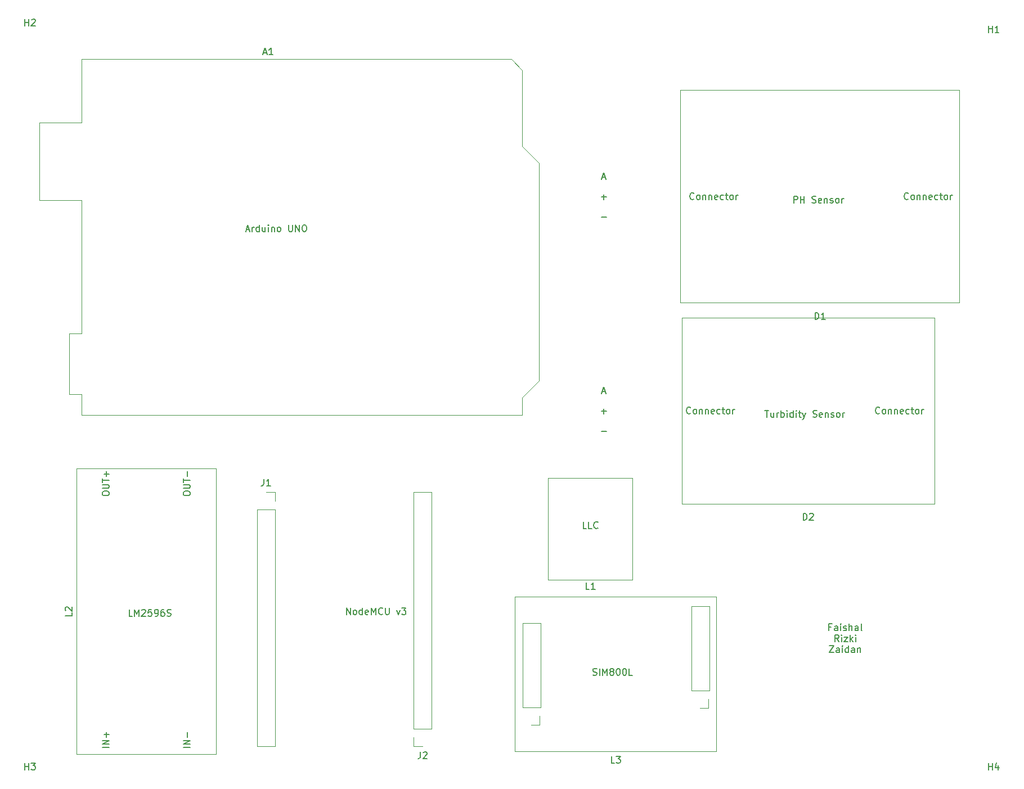
<source format=gbr>
%TF.GenerationSoftware,KiCad,Pcbnew,(5.1.10)-1*%
%TF.CreationDate,2022-01-13T09:31:49+07:00*%
%TF.ProjectId,Atuph2,41747570-6832-42e6-9b69-6361645f7063,rev?*%
%TF.SameCoordinates,Original*%
%TF.FileFunction,Legend,Top*%
%TF.FilePolarity,Positive*%
%FSLAX46Y46*%
G04 Gerber Fmt 4.6, Leading zero omitted, Abs format (unit mm)*
G04 Created by KiCad (PCBNEW (5.1.10)-1) date 2022-01-13 09:31:49*
%MOMM*%
%LPD*%
G01*
G04 APERTURE LIST*
%ADD10C,0.150000*%
%ADD11C,0.120000*%
G04 APERTURE END LIST*
D10*
X183046952Y-122992571D02*
X182713619Y-122992571D01*
X182713619Y-123516380D02*
X182713619Y-122516380D01*
X183189809Y-122516380D01*
X183999333Y-123516380D02*
X183999333Y-122992571D01*
X183951714Y-122897333D01*
X183856476Y-122849714D01*
X183666000Y-122849714D01*
X183570761Y-122897333D01*
X183999333Y-123468761D02*
X183904095Y-123516380D01*
X183666000Y-123516380D01*
X183570761Y-123468761D01*
X183523142Y-123373523D01*
X183523142Y-123278285D01*
X183570761Y-123183047D01*
X183666000Y-123135428D01*
X183904095Y-123135428D01*
X183999333Y-123087809D01*
X184475523Y-123516380D02*
X184475523Y-122849714D01*
X184475523Y-122516380D02*
X184427904Y-122564000D01*
X184475523Y-122611619D01*
X184523142Y-122564000D01*
X184475523Y-122516380D01*
X184475523Y-122611619D01*
X184904095Y-123468761D02*
X184999333Y-123516380D01*
X185189809Y-123516380D01*
X185285047Y-123468761D01*
X185332666Y-123373523D01*
X185332666Y-123325904D01*
X185285047Y-123230666D01*
X185189809Y-123183047D01*
X185046952Y-123183047D01*
X184951714Y-123135428D01*
X184904095Y-123040190D01*
X184904095Y-122992571D01*
X184951714Y-122897333D01*
X185046952Y-122849714D01*
X185189809Y-122849714D01*
X185285047Y-122897333D01*
X185761238Y-123516380D02*
X185761238Y-122516380D01*
X186189809Y-123516380D02*
X186189809Y-122992571D01*
X186142190Y-122897333D01*
X186046952Y-122849714D01*
X185904095Y-122849714D01*
X185808857Y-122897333D01*
X185761238Y-122944952D01*
X187094571Y-123516380D02*
X187094571Y-122992571D01*
X187046952Y-122897333D01*
X186951714Y-122849714D01*
X186761238Y-122849714D01*
X186666000Y-122897333D01*
X187094571Y-123468761D02*
X186999333Y-123516380D01*
X186761238Y-123516380D01*
X186666000Y-123468761D01*
X186618380Y-123373523D01*
X186618380Y-123278285D01*
X186666000Y-123183047D01*
X186761238Y-123135428D01*
X186999333Y-123135428D01*
X187094571Y-123087809D01*
X187713619Y-123516380D02*
X187618380Y-123468761D01*
X187570761Y-123373523D01*
X187570761Y-122516380D01*
X184189809Y-125166380D02*
X183856476Y-124690190D01*
X183618380Y-125166380D02*
X183618380Y-124166380D01*
X183999333Y-124166380D01*
X184094571Y-124214000D01*
X184142190Y-124261619D01*
X184189809Y-124356857D01*
X184189809Y-124499714D01*
X184142190Y-124594952D01*
X184094571Y-124642571D01*
X183999333Y-124690190D01*
X183618380Y-124690190D01*
X184618380Y-125166380D02*
X184618380Y-124499714D01*
X184618380Y-124166380D02*
X184570761Y-124214000D01*
X184618380Y-124261619D01*
X184666000Y-124214000D01*
X184618380Y-124166380D01*
X184618380Y-124261619D01*
X184999333Y-124499714D02*
X185523142Y-124499714D01*
X184999333Y-125166380D01*
X185523142Y-125166380D01*
X185904095Y-125166380D02*
X185904095Y-124166380D01*
X185999333Y-124785428D02*
X186285047Y-125166380D01*
X186285047Y-124499714D02*
X185904095Y-124880666D01*
X186713619Y-125166380D02*
X186713619Y-124499714D01*
X186713619Y-124166380D02*
X186666000Y-124214000D01*
X186713619Y-124261619D01*
X186761238Y-124214000D01*
X186713619Y-124166380D01*
X186713619Y-124261619D01*
X182785047Y-125816380D02*
X183451714Y-125816380D01*
X182785047Y-126816380D01*
X183451714Y-126816380D01*
X184261238Y-126816380D02*
X184261238Y-126292571D01*
X184213619Y-126197333D01*
X184118380Y-126149714D01*
X183927904Y-126149714D01*
X183832666Y-126197333D01*
X184261238Y-126768761D02*
X184166000Y-126816380D01*
X183927904Y-126816380D01*
X183832666Y-126768761D01*
X183785047Y-126673523D01*
X183785047Y-126578285D01*
X183832666Y-126483047D01*
X183927904Y-126435428D01*
X184166000Y-126435428D01*
X184261238Y-126387809D01*
X184737428Y-126816380D02*
X184737428Y-126149714D01*
X184737428Y-125816380D02*
X184689809Y-125864000D01*
X184737428Y-125911619D01*
X184785047Y-125864000D01*
X184737428Y-125816380D01*
X184737428Y-125911619D01*
X185642190Y-126816380D02*
X185642190Y-125816380D01*
X185642190Y-126768761D02*
X185546952Y-126816380D01*
X185356476Y-126816380D01*
X185261238Y-126768761D01*
X185213619Y-126721142D01*
X185166000Y-126625904D01*
X185166000Y-126340190D01*
X185213619Y-126244952D01*
X185261238Y-126197333D01*
X185356476Y-126149714D01*
X185546952Y-126149714D01*
X185642190Y-126197333D01*
X186546952Y-126816380D02*
X186546952Y-126292571D01*
X186499333Y-126197333D01*
X186404095Y-126149714D01*
X186213619Y-126149714D01*
X186118380Y-126197333D01*
X186546952Y-126768761D02*
X186451714Y-126816380D01*
X186213619Y-126816380D01*
X186118380Y-126768761D01*
X186070761Y-126673523D01*
X186070761Y-126578285D01*
X186118380Y-126483047D01*
X186213619Y-126435428D01*
X186451714Y-126435428D01*
X186546952Y-126387809D01*
X187023142Y-126149714D02*
X187023142Y-126816380D01*
X187023142Y-126244952D02*
X187070761Y-126197333D01*
X187166000Y-126149714D01*
X187308857Y-126149714D01*
X187404095Y-126197333D01*
X187451714Y-126292571D01*
X187451714Y-126816380D01*
X146216761Y-108148380D02*
X145740571Y-108148380D01*
X145740571Y-107148380D01*
X147026285Y-108148380D02*
X146550095Y-108148380D01*
X146550095Y-107148380D01*
X147931047Y-108053142D02*
X147883428Y-108100761D01*
X147740571Y-108148380D01*
X147645333Y-108148380D01*
X147502476Y-108100761D01*
X147407238Y-108005523D01*
X147359619Y-107910285D01*
X147312000Y-107719809D01*
X147312000Y-107576952D01*
X147359619Y-107386476D01*
X147407238Y-107291238D01*
X147502476Y-107196000D01*
X147645333Y-107148380D01*
X147740571Y-107148380D01*
X147883428Y-107196000D01*
X147931047Y-107243619D01*
X147185428Y-130198761D02*
X147328285Y-130246380D01*
X147566380Y-130246380D01*
X147661619Y-130198761D01*
X147709238Y-130151142D01*
X147756857Y-130055904D01*
X147756857Y-129960666D01*
X147709238Y-129865428D01*
X147661619Y-129817809D01*
X147566380Y-129770190D01*
X147375904Y-129722571D01*
X147280666Y-129674952D01*
X147233047Y-129627333D01*
X147185428Y-129532095D01*
X147185428Y-129436857D01*
X147233047Y-129341619D01*
X147280666Y-129294000D01*
X147375904Y-129246380D01*
X147614000Y-129246380D01*
X147756857Y-129294000D01*
X148185428Y-130246380D02*
X148185428Y-129246380D01*
X148661619Y-130246380D02*
X148661619Y-129246380D01*
X148994952Y-129960666D01*
X149328285Y-129246380D01*
X149328285Y-130246380D01*
X149947333Y-129674952D02*
X149852095Y-129627333D01*
X149804476Y-129579714D01*
X149756857Y-129484476D01*
X149756857Y-129436857D01*
X149804476Y-129341619D01*
X149852095Y-129294000D01*
X149947333Y-129246380D01*
X150137809Y-129246380D01*
X150233047Y-129294000D01*
X150280666Y-129341619D01*
X150328285Y-129436857D01*
X150328285Y-129484476D01*
X150280666Y-129579714D01*
X150233047Y-129627333D01*
X150137809Y-129674952D01*
X149947333Y-129674952D01*
X149852095Y-129722571D01*
X149804476Y-129770190D01*
X149756857Y-129865428D01*
X149756857Y-130055904D01*
X149804476Y-130151142D01*
X149852095Y-130198761D01*
X149947333Y-130246380D01*
X150137809Y-130246380D01*
X150233047Y-130198761D01*
X150280666Y-130151142D01*
X150328285Y-130055904D01*
X150328285Y-129865428D01*
X150280666Y-129770190D01*
X150233047Y-129722571D01*
X150137809Y-129674952D01*
X150947333Y-129246380D02*
X151042571Y-129246380D01*
X151137809Y-129294000D01*
X151185428Y-129341619D01*
X151233047Y-129436857D01*
X151280666Y-129627333D01*
X151280666Y-129865428D01*
X151233047Y-130055904D01*
X151185428Y-130151142D01*
X151137809Y-130198761D01*
X151042571Y-130246380D01*
X150947333Y-130246380D01*
X150852095Y-130198761D01*
X150804476Y-130151142D01*
X150756857Y-130055904D01*
X150709238Y-129865428D01*
X150709238Y-129627333D01*
X150756857Y-129436857D01*
X150804476Y-129341619D01*
X150852095Y-129294000D01*
X150947333Y-129246380D01*
X151899714Y-129246380D02*
X151994952Y-129246380D01*
X152090190Y-129294000D01*
X152137809Y-129341619D01*
X152185428Y-129436857D01*
X152233047Y-129627333D01*
X152233047Y-129865428D01*
X152185428Y-130055904D01*
X152137809Y-130151142D01*
X152090190Y-130198761D01*
X151994952Y-130246380D01*
X151899714Y-130246380D01*
X151804476Y-130198761D01*
X151756857Y-130151142D01*
X151709238Y-130055904D01*
X151661619Y-129865428D01*
X151661619Y-129627333D01*
X151709238Y-129436857D01*
X151756857Y-129341619D01*
X151804476Y-129294000D01*
X151899714Y-129246380D01*
X153137809Y-130246380D02*
X152661619Y-130246380D01*
X152661619Y-129246380D01*
X77875142Y-121356380D02*
X77398952Y-121356380D01*
X77398952Y-120356380D01*
X78208476Y-121356380D02*
X78208476Y-120356380D01*
X78541809Y-121070666D01*
X78875142Y-120356380D01*
X78875142Y-121356380D01*
X79303714Y-120451619D02*
X79351333Y-120404000D01*
X79446571Y-120356380D01*
X79684666Y-120356380D01*
X79779904Y-120404000D01*
X79827523Y-120451619D01*
X79875142Y-120546857D01*
X79875142Y-120642095D01*
X79827523Y-120784952D01*
X79256095Y-121356380D01*
X79875142Y-121356380D01*
X80779904Y-120356380D02*
X80303714Y-120356380D01*
X80256095Y-120832571D01*
X80303714Y-120784952D01*
X80398952Y-120737333D01*
X80637047Y-120737333D01*
X80732285Y-120784952D01*
X80779904Y-120832571D01*
X80827523Y-120927809D01*
X80827523Y-121165904D01*
X80779904Y-121261142D01*
X80732285Y-121308761D01*
X80637047Y-121356380D01*
X80398952Y-121356380D01*
X80303714Y-121308761D01*
X80256095Y-121261142D01*
X81303714Y-121356380D02*
X81494190Y-121356380D01*
X81589428Y-121308761D01*
X81637047Y-121261142D01*
X81732285Y-121118285D01*
X81779904Y-120927809D01*
X81779904Y-120546857D01*
X81732285Y-120451619D01*
X81684666Y-120404000D01*
X81589428Y-120356380D01*
X81398952Y-120356380D01*
X81303714Y-120404000D01*
X81256095Y-120451619D01*
X81208476Y-120546857D01*
X81208476Y-120784952D01*
X81256095Y-120880190D01*
X81303714Y-120927809D01*
X81398952Y-120975428D01*
X81589428Y-120975428D01*
X81684666Y-120927809D01*
X81732285Y-120880190D01*
X81779904Y-120784952D01*
X82637047Y-120356380D02*
X82446571Y-120356380D01*
X82351333Y-120404000D01*
X82303714Y-120451619D01*
X82208476Y-120594476D01*
X82160857Y-120784952D01*
X82160857Y-121165904D01*
X82208476Y-121261142D01*
X82256095Y-121308761D01*
X82351333Y-121356380D01*
X82541809Y-121356380D01*
X82637047Y-121308761D01*
X82684666Y-121261142D01*
X82732285Y-121165904D01*
X82732285Y-120927809D01*
X82684666Y-120832571D01*
X82637047Y-120784952D01*
X82541809Y-120737333D01*
X82351333Y-120737333D01*
X82256095Y-120784952D01*
X82208476Y-120832571D01*
X82160857Y-120927809D01*
X83113238Y-121308761D02*
X83256095Y-121356380D01*
X83494190Y-121356380D01*
X83589428Y-121308761D01*
X83637047Y-121261142D01*
X83684666Y-121165904D01*
X83684666Y-121070666D01*
X83637047Y-120975428D01*
X83589428Y-120927809D01*
X83494190Y-120880190D01*
X83303714Y-120832571D01*
X83208476Y-120784952D01*
X83160857Y-120737333D01*
X83113238Y-120642095D01*
X83113238Y-120546857D01*
X83160857Y-120451619D01*
X83208476Y-120404000D01*
X83303714Y-120356380D01*
X83541809Y-120356380D01*
X83684666Y-120404000D01*
X110101619Y-121102380D02*
X110101619Y-120102380D01*
X110673047Y-121102380D01*
X110673047Y-120102380D01*
X111292095Y-121102380D02*
X111196857Y-121054761D01*
X111149238Y-121007142D01*
X111101619Y-120911904D01*
X111101619Y-120626190D01*
X111149238Y-120530952D01*
X111196857Y-120483333D01*
X111292095Y-120435714D01*
X111434952Y-120435714D01*
X111530190Y-120483333D01*
X111577809Y-120530952D01*
X111625428Y-120626190D01*
X111625428Y-120911904D01*
X111577809Y-121007142D01*
X111530190Y-121054761D01*
X111434952Y-121102380D01*
X111292095Y-121102380D01*
X112482571Y-121102380D02*
X112482571Y-120102380D01*
X112482571Y-121054761D02*
X112387333Y-121102380D01*
X112196857Y-121102380D01*
X112101619Y-121054761D01*
X112054000Y-121007142D01*
X112006380Y-120911904D01*
X112006380Y-120626190D01*
X112054000Y-120530952D01*
X112101619Y-120483333D01*
X112196857Y-120435714D01*
X112387333Y-120435714D01*
X112482571Y-120483333D01*
X113339714Y-121054761D02*
X113244476Y-121102380D01*
X113054000Y-121102380D01*
X112958761Y-121054761D01*
X112911142Y-120959523D01*
X112911142Y-120578571D01*
X112958761Y-120483333D01*
X113054000Y-120435714D01*
X113244476Y-120435714D01*
X113339714Y-120483333D01*
X113387333Y-120578571D01*
X113387333Y-120673809D01*
X112911142Y-120769047D01*
X113815904Y-121102380D02*
X113815904Y-120102380D01*
X114149238Y-120816666D01*
X114482571Y-120102380D01*
X114482571Y-121102380D01*
X115530190Y-121007142D02*
X115482571Y-121054761D01*
X115339714Y-121102380D01*
X115244476Y-121102380D01*
X115101619Y-121054761D01*
X115006380Y-120959523D01*
X114958761Y-120864285D01*
X114911142Y-120673809D01*
X114911142Y-120530952D01*
X114958761Y-120340476D01*
X115006380Y-120245238D01*
X115101619Y-120150000D01*
X115244476Y-120102380D01*
X115339714Y-120102380D01*
X115482571Y-120150000D01*
X115530190Y-120197619D01*
X115958761Y-120102380D02*
X115958761Y-120911904D01*
X116006380Y-121007142D01*
X116054000Y-121054761D01*
X116149238Y-121102380D01*
X116339714Y-121102380D01*
X116434952Y-121054761D01*
X116482571Y-121007142D01*
X116530190Y-120911904D01*
X116530190Y-120102380D01*
X117673047Y-120435714D02*
X117911142Y-121102380D01*
X118149238Y-120435714D01*
X118434952Y-120102380D02*
X119054000Y-120102380D01*
X118720666Y-120483333D01*
X118863523Y-120483333D01*
X118958761Y-120530952D01*
X119006380Y-120578571D01*
X119054000Y-120673809D01*
X119054000Y-120911904D01*
X119006380Y-121007142D01*
X118958761Y-121054761D01*
X118863523Y-121102380D01*
X118577809Y-121102380D01*
X118482571Y-121054761D01*
X118434952Y-121007142D01*
X173070000Y-90384380D02*
X173641428Y-90384380D01*
X173355714Y-91384380D02*
X173355714Y-90384380D01*
X174403333Y-90717714D02*
X174403333Y-91384380D01*
X173974761Y-90717714D02*
X173974761Y-91241523D01*
X174022380Y-91336761D01*
X174117619Y-91384380D01*
X174260476Y-91384380D01*
X174355714Y-91336761D01*
X174403333Y-91289142D01*
X174879523Y-91384380D02*
X174879523Y-90717714D01*
X174879523Y-90908190D02*
X174927142Y-90812952D01*
X174974761Y-90765333D01*
X175070000Y-90717714D01*
X175165238Y-90717714D01*
X175498571Y-91384380D02*
X175498571Y-90384380D01*
X175498571Y-90765333D02*
X175593809Y-90717714D01*
X175784285Y-90717714D01*
X175879523Y-90765333D01*
X175927142Y-90812952D01*
X175974761Y-90908190D01*
X175974761Y-91193904D01*
X175927142Y-91289142D01*
X175879523Y-91336761D01*
X175784285Y-91384380D01*
X175593809Y-91384380D01*
X175498571Y-91336761D01*
X176403333Y-91384380D02*
X176403333Y-90717714D01*
X176403333Y-90384380D02*
X176355714Y-90432000D01*
X176403333Y-90479619D01*
X176450952Y-90432000D01*
X176403333Y-90384380D01*
X176403333Y-90479619D01*
X177308095Y-91384380D02*
X177308095Y-90384380D01*
X177308095Y-91336761D02*
X177212857Y-91384380D01*
X177022380Y-91384380D01*
X176927142Y-91336761D01*
X176879523Y-91289142D01*
X176831904Y-91193904D01*
X176831904Y-90908190D01*
X176879523Y-90812952D01*
X176927142Y-90765333D01*
X177022380Y-90717714D01*
X177212857Y-90717714D01*
X177308095Y-90765333D01*
X177784285Y-91384380D02*
X177784285Y-90717714D01*
X177784285Y-90384380D02*
X177736666Y-90432000D01*
X177784285Y-90479619D01*
X177831904Y-90432000D01*
X177784285Y-90384380D01*
X177784285Y-90479619D01*
X178117619Y-90717714D02*
X178498571Y-90717714D01*
X178260476Y-90384380D02*
X178260476Y-91241523D01*
X178308095Y-91336761D01*
X178403333Y-91384380D01*
X178498571Y-91384380D01*
X178736666Y-90717714D02*
X178974761Y-91384380D01*
X179212857Y-90717714D02*
X178974761Y-91384380D01*
X178879523Y-91622476D01*
X178831904Y-91670095D01*
X178736666Y-91717714D01*
X180308095Y-91336761D02*
X180450952Y-91384380D01*
X180689047Y-91384380D01*
X180784285Y-91336761D01*
X180831904Y-91289142D01*
X180879523Y-91193904D01*
X180879523Y-91098666D01*
X180831904Y-91003428D01*
X180784285Y-90955809D01*
X180689047Y-90908190D01*
X180498571Y-90860571D01*
X180403333Y-90812952D01*
X180355714Y-90765333D01*
X180308095Y-90670095D01*
X180308095Y-90574857D01*
X180355714Y-90479619D01*
X180403333Y-90432000D01*
X180498571Y-90384380D01*
X180736666Y-90384380D01*
X180879523Y-90432000D01*
X181689047Y-91336761D02*
X181593809Y-91384380D01*
X181403333Y-91384380D01*
X181308095Y-91336761D01*
X181260476Y-91241523D01*
X181260476Y-90860571D01*
X181308095Y-90765333D01*
X181403333Y-90717714D01*
X181593809Y-90717714D01*
X181689047Y-90765333D01*
X181736666Y-90860571D01*
X181736666Y-90955809D01*
X181260476Y-91051047D01*
X182165238Y-90717714D02*
X182165238Y-91384380D01*
X182165238Y-90812952D02*
X182212857Y-90765333D01*
X182308095Y-90717714D01*
X182450952Y-90717714D01*
X182546190Y-90765333D01*
X182593809Y-90860571D01*
X182593809Y-91384380D01*
X183022380Y-91336761D02*
X183117619Y-91384380D01*
X183308095Y-91384380D01*
X183403333Y-91336761D01*
X183450952Y-91241523D01*
X183450952Y-91193904D01*
X183403333Y-91098666D01*
X183308095Y-91051047D01*
X183165238Y-91051047D01*
X183070000Y-91003428D01*
X183022380Y-90908190D01*
X183022380Y-90860571D01*
X183070000Y-90765333D01*
X183165238Y-90717714D01*
X183308095Y-90717714D01*
X183403333Y-90765333D01*
X184022380Y-91384380D02*
X183927142Y-91336761D01*
X183879523Y-91289142D01*
X183831904Y-91193904D01*
X183831904Y-90908190D01*
X183879523Y-90812952D01*
X183927142Y-90765333D01*
X184022380Y-90717714D01*
X184165238Y-90717714D01*
X184260476Y-90765333D01*
X184308095Y-90812952D01*
X184355714Y-90908190D01*
X184355714Y-91193904D01*
X184308095Y-91289142D01*
X184260476Y-91336761D01*
X184165238Y-91384380D01*
X184022380Y-91384380D01*
X184784285Y-91384380D02*
X184784285Y-90717714D01*
X184784285Y-90908190D02*
X184831904Y-90812952D01*
X184879523Y-90765333D01*
X184974761Y-90717714D01*
X185070000Y-90717714D01*
X177411523Y-59126380D02*
X177411523Y-58126380D01*
X177792476Y-58126380D01*
X177887714Y-58174000D01*
X177935333Y-58221619D01*
X177982952Y-58316857D01*
X177982952Y-58459714D01*
X177935333Y-58554952D01*
X177887714Y-58602571D01*
X177792476Y-58650190D01*
X177411523Y-58650190D01*
X178411523Y-59126380D02*
X178411523Y-58126380D01*
X178411523Y-58602571D02*
X178982952Y-58602571D01*
X178982952Y-59126380D02*
X178982952Y-58126380D01*
X180173428Y-59078761D02*
X180316285Y-59126380D01*
X180554380Y-59126380D01*
X180649619Y-59078761D01*
X180697238Y-59031142D01*
X180744857Y-58935904D01*
X180744857Y-58840666D01*
X180697238Y-58745428D01*
X180649619Y-58697809D01*
X180554380Y-58650190D01*
X180363904Y-58602571D01*
X180268666Y-58554952D01*
X180221047Y-58507333D01*
X180173428Y-58412095D01*
X180173428Y-58316857D01*
X180221047Y-58221619D01*
X180268666Y-58174000D01*
X180363904Y-58126380D01*
X180602000Y-58126380D01*
X180744857Y-58174000D01*
X181554380Y-59078761D02*
X181459142Y-59126380D01*
X181268666Y-59126380D01*
X181173428Y-59078761D01*
X181125809Y-58983523D01*
X181125809Y-58602571D01*
X181173428Y-58507333D01*
X181268666Y-58459714D01*
X181459142Y-58459714D01*
X181554380Y-58507333D01*
X181602000Y-58602571D01*
X181602000Y-58697809D01*
X181125809Y-58793047D01*
X182030571Y-58459714D02*
X182030571Y-59126380D01*
X182030571Y-58554952D02*
X182078190Y-58507333D01*
X182173428Y-58459714D01*
X182316285Y-58459714D01*
X182411523Y-58507333D01*
X182459142Y-58602571D01*
X182459142Y-59126380D01*
X182887714Y-59078761D02*
X182982952Y-59126380D01*
X183173428Y-59126380D01*
X183268666Y-59078761D01*
X183316285Y-58983523D01*
X183316285Y-58935904D01*
X183268666Y-58840666D01*
X183173428Y-58793047D01*
X183030571Y-58793047D01*
X182935333Y-58745428D01*
X182887714Y-58650190D01*
X182887714Y-58602571D01*
X182935333Y-58507333D01*
X183030571Y-58459714D01*
X183173428Y-58459714D01*
X183268666Y-58507333D01*
X183887714Y-59126380D02*
X183792476Y-59078761D01*
X183744857Y-59031142D01*
X183697238Y-58935904D01*
X183697238Y-58650190D01*
X183744857Y-58554952D01*
X183792476Y-58507333D01*
X183887714Y-58459714D01*
X184030571Y-58459714D01*
X184125809Y-58507333D01*
X184173428Y-58554952D01*
X184221047Y-58650190D01*
X184221047Y-58935904D01*
X184173428Y-59031142D01*
X184125809Y-59078761D01*
X184030571Y-59126380D01*
X183887714Y-59126380D01*
X184649619Y-59126380D02*
X184649619Y-58459714D01*
X184649619Y-58650190D02*
X184697238Y-58554952D01*
X184744857Y-58507333D01*
X184840095Y-58459714D01*
X184935333Y-58459714D01*
X95020380Y-63158666D02*
X95496571Y-63158666D01*
X94925142Y-63444380D02*
X95258476Y-62444380D01*
X95591809Y-63444380D01*
X95925142Y-63444380D02*
X95925142Y-62777714D01*
X95925142Y-62968190D02*
X95972761Y-62872952D01*
X96020380Y-62825333D01*
X96115619Y-62777714D01*
X96210857Y-62777714D01*
X96972761Y-63444380D02*
X96972761Y-62444380D01*
X96972761Y-63396761D02*
X96877523Y-63444380D01*
X96687047Y-63444380D01*
X96591809Y-63396761D01*
X96544190Y-63349142D01*
X96496571Y-63253904D01*
X96496571Y-62968190D01*
X96544190Y-62872952D01*
X96591809Y-62825333D01*
X96687047Y-62777714D01*
X96877523Y-62777714D01*
X96972761Y-62825333D01*
X97877523Y-62777714D02*
X97877523Y-63444380D01*
X97448952Y-62777714D02*
X97448952Y-63301523D01*
X97496571Y-63396761D01*
X97591809Y-63444380D01*
X97734666Y-63444380D01*
X97829904Y-63396761D01*
X97877523Y-63349142D01*
X98353714Y-63444380D02*
X98353714Y-62777714D01*
X98353714Y-62444380D02*
X98306095Y-62492000D01*
X98353714Y-62539619D01*
X98401333Y-62492000D01*
X98353714Y-62444380D01*
X98353714Y-62539619D01*
X98829904Y-62777714D02*
X98829904Y-63444380D01*
X98829904Y-62872952D02*
X98877523Y-62825333D01*
X98972761Y-62777714D01*
X99115619Y-62777714D01*
X99210857Y-62825333D01*
X99258476Y-62920571D01*
X99258476Y-63444380D01*
X99877523Y-63444380D02*
X99782285Y-63396761D01*
X99734666Y-63349142D01*
X99687047Y-63253904D01*
X99687047Y-62968190D01*
X99734666Y-62872952D01*
X99782285Y-62825333D01*
X99877523Y-62777714D01*
X100020380Y-62777714D01*
X100115619Y-62825333D01*
X100163238Y-62872952D01*
X100210857Y-62968190D01*
X100210857Y-63253904D01*
X100163238Y-63349142D01*
X100115619Y-63396761D01*
X100020380Y-63444380D01*
X99877523Y-63444380D01*
X101401333Y-62444380D02*
X101401333Y-63253904D01*
X101448952Y-63349142D01*
X101496571Y-63396761D01*
X101591809Y-63444380D01*
X101782285Y-63444380D01*
X101877523Y-63396761D01*
X101925142Y-63349142D01*
X101972761Y-63253904D01*
X101972761Y-62444380D01*
X102448952Y-63444380D02*
X102448952Y-62444380D01*
X103020380Y-63444380D01*
X103020380Y-62444380D01*
X103687047Y-62444380D02*
X103877523Y-62444380D01*
X103972761Y-62492000D01*
X104068000Y-62587238D01*
X104115619Y-62777714D01*
X104115619Y-63111047D01*
X104068000Y-63301523D01*
X103972761Y-63396761D01*
X103877523Y-63444380D01*
X103687047Y-63444380D01*
X103591809Y-63396761D01*
X103496571Y-63301523D01*
X103448952Y-63111047D01*
X103448952Y-62777714D01*
X103496571Y-62587238D01*
X103591809Y-62492000D01*
X103687047Y-62444380D01*
D11*
%TO.C,L3*%
X164712000Y-132588000D02*
X164712000Y-119828000D01*
X164592000Y-133858000D02*
X164592000Y-135188000D01*
X164712000Y-132588000D02*
X162052000Y-132588000D01*
X162052000Y-132588000D02*
X162052000Y-119828000D01*
X164592000Y-135188000D02*
X163262000Y-135188000D01*
X164712000Y-119828000D02*
X162052000Y-119828000D01*
X165772000Y-118398000D02*
X165772000Y-141698000D01*
X135472000Y-118398000D02*
X165772000Y-118398000D01*
X135472000Y-141698000D02*
X135472000Y-118398000D01*
X165772000Y-141698000D02*
X135472000Y-141698000D01*
X139312000Y-122368000D02*
X136652000Y-122368000D01*
X139192000Y-137728000D02*
X137862000Y-137728000D01*
X136652000Y-135128000D02*
X136652000Y-122368000D01*
X139312000Y-135128000D02*
X136652000Y-135128000D01*
X139192000Y-136398000D02*
X139192000Y-137728000D01*
X139312000Y-135128000D02*
X139312000Y-122368000D01*
%TO.C,L2*%
X69510000Y-142150000D02*
X90510000Y-142150000D01*
X90510000Y-142150000D02*
X90510000Y-99150000D01*
X69510000Y-99150000D02*
X90510000Y-99150000D01*
X69510000Y-142150000D02*
X69510000Y-99150000D01*
%TO.C,L1*%
X140462000Y-100554000D02*
X153162000Y-100554000D01*
X140462000Y-115854000D02*
X140462000Y-100554000D01*
X153162000Y-115854000D02*
X140462000Y-115854000D01*
X153162000Y-115854000D02*
X153162000Y-100554000D01*
%TO.C,J2*%
X121560000Y-140904000D02*
X120230000Y-140904000D01*
X120230000Y-140904000D02*
X120230000Y-139574000D01*
X120230000Y-138304000D02*
X120230000Y-102684000D01*
X122890000Y-102684000D02*
X120230000Y-102684000D01*
X122890000Y-138304000D02*
X122890000Y-102684000D01*
X122890000Y-138304000D02*
X120230000Y-138304000D01*
%TO.C,J1*%
X98000000Y-102684000D02*
X99330000Y-102684000D01*
X99330000Y-102684000D02*
X99330000Y-104014000D01*
X99330000Y-105284000D02*
X99330000Y-140904000D01*
X96670000Y-140904000D02*
X99330000Y-140904000D01*
X96670000Y-105284000D02*
X96670000Y-140904000D01*
X96670000Y-105284000D02*
X99330000Y-105284000D01*
%TO.C,D2*%
X198578000Y-104424000D02*
X160578000Y-104424000D01*
X160578000Y-104424000D02*
X160578000Y-76424000D01*
X198578000Y-76424000D02*
X160578000Y-76424000D01*
X198578000Y-104424000D02*
X198578000Y-76424000D01*
%TO.C,D1*%
X160356000Y-74166000D02*
X160356000Y-42166000D01*
X202356000Y-42166000D02*
X160356000Y-42166000D01*
X202356000Y-74166000D02*
X202356000Y-42166000D01*
X202356000Y-74166000D02*
X160356000Y-74166000D01*
%TO.C,A1*%
X70243000Y-91088000D02*
X136543000Y-91088000D01*
X70243000Y-47016000D02*
X63893000Y-47016000D01*
X139083000Y-53108000D02*
X136543000Y-50568000D01*
X63893000Y-47016000D02*
X63893000Y-58696000D01*
X70243000Y-37488000D02*
X70243000Y-47018000D01*
X70241000Y-87912000D02*
X68341000Y-87912000D01*
X136543000Y-91088000D02*
X136543000Y-88418000D01*
X68341000Y-78766000D02*
X68341000Y-87906000D01*
X136543000Y-50568000D02*
X136543000Y-39138000D01*
X139083000Y-85878000D02*
X136543000Y-88418000D01*
X68343000Y-78766000D02*
X70243000Y-78766000D01*
X63893000Y-58696000D02*
X70243000Y-58696000D01*
X70243000Y-58696000D02*
X70243000Y-78766000D01*
X70243000Y-87908000D02*
X70243000Y-91088000D01*
X70243000Y-37488000D02*
X134893000Y-37488000D01*
X136543000Y-39138000D02*
X134893000Y-37488000D01*
X139083000Y-85878000D02*
X139083000Y-53108000D01*
%TO.C,L3*%
D10*
X150455333Y-143454380D02*
X149979142Y-143454380D01*
X149979142Y-142454380D01*
X150693428Y-142454380D02*
X151312476Y-142454380D01*
X150979142Y-142835333D01*
X151122000Y-142835333D01*
X151217238Y-142882952D01*
X151264857Y-142930571D01*
X151312476Y-143025809D01*
X151312476Y-143263904D01*
X151264857Y-143359142D01*
X151217238Y-143406761D01*
X151122000Y-143454380D01*
X150836285Y-143454380D01*
X150741047Y-143406761D01*
X150693428Y-143359142D01*
%TO.C,L2*%
X68778380Y-120816666D02*
X68778380Y-121292857D01*
X67778380Y-121292857D01*
X67873619Y-120530952D02*
X67826000Y-120483333D01*
X67778380Y-120388095D01*
X67778380Y-120150000D01*
X67826000Y-120054761D01*
X67873619Y-120007142D01*
X67968857Y-119959523D01*
X68064095Y-119959523D01*
X68206952Y-120007142D01*
X68778380Y-120578571D01*
X68778380Y-119959523D01*
X74366380Y-141096857D02*
X73366380Y-141096857D01*
X74366380Y-140620666D02*
X73366380Y-140620666D01*
X74366380Y-140049238D01*
X73366380Y-140049238D01*
X73985428Y-139573047D02*
X73985428Y-138811142D01*
X74366380Y-139192095D02*
X73604476Y-139192095D01*
X86558380Y-141096857D02*
X85558380Y-141096857D01*
X86558380Y-140620666D02*
X85558380Y-140620666D01*
X86558380Y-140049238D01*
X85558380Y-140049238D01*
X86177428Y-139573047D02*
X86177428Y-138811142D01*
X73366380Y-102965047D02*
X73366380Y-102774571D01*
X73414000Y-102679333D01*
X73509238Y-102584095D01*
X73699714Y-102536476D01*
X74033047Y-102536476D01*
X74223523Y-102584095D01*
X74318761Y-102679333D01*
X74366380Y-102774571D01*
X74366380Y-102965047D01*
X74318761Y-103060285D01*
X74223523Y-103155523D01*
X74033047Y-103203142D01*
X73699714Y-103203142D01*
X73509238Y-103155523D01*
X73414000Y-103060285D01*
X73366380Y-102965047D01*
X73366380Y-102107904D02*
X74175904Y-102107904D01*
X74271142Y-102060285D01*
X74318761Y-102012666D01*
X74366380Y-101917428D01*
X74366380Y-101726952D01*
X74318761Y-101631714D01*
X74271142Y-101584095D01*
X74175904Y-101536476D01*
X73366380Y-101536476D01*
X73366380Y-101203142D02*
X73366380Y-100631714D01*
X74366380Y-100917428D02*
X73366380Y-100917428D01*
X73985428Y-100298380D02*
X73985428Y-99536476D01*
X74366380Y-99917428D02*
X73604476Y-99917428D01*
X85558380Y-102965047D02*
X85558380Y-102774571D01*
X85606000Y-102679333D01*
X85701238Y-102584095D01*
X85891714Y-102536476D01*
X86225047Y-102536476D01*
X86415523Y-102584095D01*
X86510761Y-102679333D01*
X86558380Y-102774571D01*
X86558380Y-102965047D01*
X86510761Y-103060285D01*
X86415523Y-103155523D01*
X86225047Y-103203142D01*
X85891714Y-103203142D01*
X85701238Y-103155523D01*
X85606000Y-103060285D01*
X85558380Y-102965047D01*
X85558380Y-102107904D02*
X86367904Y-102107904D01*
X86463142Y-102060285D01*
X86510761Y-102012666D01*
X86558380Y-101917428D01*
X86558380Y-101726952D01*
X86510761Y-101631714D01*
X86463142Y-101584095D01*
X86367904Y-101536476D01*
X85558380Y-101536476D01*
X85558380Y-101203142D02*
X85558380Y-100631714D01*
X86558380Y-100917428D02*
X85558380Y-100917428D01*
X86177428Y-100298380D02*
X86177428Y-99536476D01*
%TO.C,L1*%
X146645333Y-117300380D02*
X146169142Y-117300380D01*
X146169142Y-116300380D01*
X147502476Y-117300380D02*
X146931047Y-117300380D01*
X147216761Y-117300380D02*
X147216761Y-116300380D01*
X147121523Y-116443238D01*
X147026285Y-116538476D01*
X146931047Y-116586095D01*
%TO.C,J2*%
X121226666Y-141796380D02*
X121226666Y-142510666D01*
X121179047Y-142653523D01*
X121083809Y-142748761D01*
X120940952Y-142796380D01*
X120845714Y-142796380D01*
X121655238Y-141891619D02*
X121702857Y-141844000D01*
X121798095Y-141796380D01*
X122036190Y-141796380D01*
X122131428Y-141844000D01*
X122179047Y-141891619D01*
X122226666Y-141986857D01*
X122226666Y-142082095D01*
X122179047Y-142224952D01*
X121607619Y-142796380D01*
X122226666Y-142796380D01*
%TO.C,J1*%
X97666666Y-100696380D02*
X97666666Y-101410666D01*
X97619047Y-101553523D01*
X97523809Y-101648761D01*
X97380952Y-101696380D01*
X97285714Y-101696380D01*
X98666666Y-101696380D02*
X98095238Y-101696380D01*
X98380952Y-101696380D02*
X98380952Y-100696380D01*
X98285714Y-100839238D01*
X98190476Y-100934476D01*
X98095238Y-100982095D01*
%TO.C,H4*%
X206712095Y-144466380D02*
X206712095Y-143466380D01*
X206712095Y-143942571D02*
X207283523Y-143942571D01*
X207283523Y-144466380D02*
X207283523Y-143466380D01*
X208188285Y-143799714D02*
X208188285Y-144466380D01*
X207950190Y-143418761D02*
X207712095Y-144133047D01*
X208331142Y-144133047D01*
%TO.C,H3*%
X61712095Y-144466380D02*
X61712095Y-143466380D01*
X61712095Y-143942571D02*
X62283523Y-143942571D01*
X62283523Y-144466380D02*
X62283523Y-143466380D01*
X62664476Y-143466380D02*
X63283523Y-143466380D01*
X62950190Y-143847333D01*
X63093047Y-143847333D01*
X63188285Y-143894952D01*
X63235904Y-143942571D01*
X63283523Y-144037809D01*
X63283523Y-144275904D01*
X63235904Y-144371142D01*
X63188285Y-144418761D01*
X63093047Y-144466380D01*
X62807333Y-144466380D01*
X62712095Y-144418761D01*
X62664476Y-144371142D01*
%TO.C,H2*%
X61712095Y-32466380D02*
X61712095Y-31466380D01*
X61712095Y-31942571D02*
X62283523Y-31942571D01*
X62283523Y-32466380D02*
X62283523Y-31466380D01*
X62712095Y-31561619D02*
X62759714Y-31514000D01*
X62854952Y-31466380D01*
X63093047Y-31466380D01*
X63188285Y-31514000D01*
X63235904Y-31561619D01*
X63283523Y-31656857D01*
X63283523Y-31752095D01*
X63235904Y-31894952D01*
X62664476Y-32466380D01*
X63283523Y-32466380D01*
%TO.C,H1*%
X206712095Y-33466380D02*
X206712095Y-32466380D01*
X206712095Y-32942571D02*
X207283523Y-32942571D01*
X207283523Y-33466380D02*
X207283523Y-32466380D01*
X208283523Y-33466380D02*
X207712095Y-33466380D01*
X207997809Y-33466380D02*
X207997809Y-32466380D01*
X207902571Y-32609238D01*
X207807333Y-32704476D01*
X207712095Y-32752095D01*
%TO.C,D2*%
X178839904Y-106878380D02*
X178839904Y-105878380D01*
X179078000Y-105878380D01*
X179220857Y-105926000D01*
X179316095Y-106021238D01*
X179363714Y-106116476D01*
X179411333Y-106306952D01*
X179411333Y-106449809D01*
X179363714Y-106640285D01*
X179316095Y-106735523D01*
X179220857Y-106830761D01*
X179078000Y-106878380D01*
X178839904Y-106878380D01*
X179792285Y-105973619D02*
X179839904Y-105926000D01*
X179935142Y-105878380D01*
X180173238Y-105878380D01*
X180268476Y-105926000D01*
X180316095Y-105973619D01*
X180363714Y-106068857D01*
X180363714Y-106164095D01*
X180316095Y-106306952D01*
X179744666Y-106878380D01*
X180363714Y-106878380D01*
X148463047Y-93543428D02*
X149224952Y-93543428D01*
X148605904Y-87542666D02*
X149082095Y-87542666D01*
X148510666Y-87828380D02*
X148844000Y-86828380D01*
X149177333Y-87828380D01*
X148463047Y-90495428D02*
X149224952Y-90495428D01*
X148844000Y-90876380D02*
X148844000Y-90114476D01*
X190341619Y-90781142D02*
X190294000Y-90828761D01*
X190151142Y-90876380D01*
X190055904Y-90876380D01*
X189913047Y-90828761D01*
X189817809Y-90733523D01*
X189770190Y-90638285D01*
X189722571Y-90447809D01*
X189722571Y-90304952D01*
X189770190Y-90114476D01*
X189817809Y-90019238D01*
X189913047Y-89924000D01*
X190055904Y-89876380D01*
X190151142Y-89876380D01*
X190294000Y-89924000D01*
X190341619Y-89971619D01*
X190913047Y-90876380D02*
X190817809Y-90828761D01*
X190770190Y-90781142D01*
X190722571Y-90685904D01*
X190722571Y-90400190D01*
X190770190Y-90304952D01*
X190817809Y-90257333D01*
X190913047Y-90209714D01*
X191055904Y-90209714D01*
X191151142Y-90257333D01*
X191198761Y-90304952D01*
X191246380Y-90400190D01*
X191246380Y-90685904D01*
X191198761Y-90781142D01*
X191151142Y-90828761D01*
X191055904Y-90876380D01*
X190913047Y-90876380D01*
X191674952Y-90209714D02*
X191674952Y-90876380D01*
X191674952Y-90304952D02*
X191722571Y-90257333D01*
X191817809Y-90209714D01*
X191960666Y-90209714D01*
X192055904Y-90257333D01*
X192103523Y-90352571D01*
X192103523Y-90876380D01*
X192579714Y-90209714D02*
X192579714Y-90876380D01*
X192579714Y-90304952D02*
X192627333Y-90257333D01*
X192722571Y-90209714D01*
X192865428Y-90209714D01*
X192960666Y-90257333D01*
X193008285Y-90352571D01*
X193008285Y-90876380D01*
X193865428Y-90828761D02*
X193770190Y-90876380D01*
X193579714Y-90876380D01*
X193484476Y-90828761D01*
X193436857Y-90733523D01*
X193436857Y-90352571D01*
X193484476Y-90257333D01*
X193579714Y-90209714D01*
X193770190Y-90209714D01*
X193865428Y-90257333D01*
X193913047Y-90352571D01*
X193913047Y-90447809D01*
X193436857Y-90543047D01*
X194770190Y-90828761D02*
X194674952Y-90876380D01*
X194484476Y-90876380D01*
X194389238Y-90828761D01*
X194341619Y-90781142D01*
X194294000Y-90685904D01*
X194294000Y-90400190D01*
X194341619Y-90304952D01*
X194389238Y-90257333D01*
X194484476Y-90209714D01*
X194674952Y-90209714D01*
X194770190Y-90257333D01*
X195055904Y-90209714D02*
X195436857Y-90209714D01*
X195198761Y-89876380D02*
X195198761Y-90733523D01*
X195246380Y-90828761D01*
X195341619Y-90876380D01*
X195436857Y-90876380D01*
X195913047Y-90876380D02*
X195817809Y-90828761D01*
X195770190Y-90781142D01*
X195722571Y-90685904D01*
X195722571Y-90400190D01*
X195770190Y-90304952D01*
X195817809Y-90257333D01*
X195913047Y-90209714D01*
X196055904Y-90209714D01*
X196151142Y-90257333D01*
X196198761Y-90304952D01*
X196246380Y-90400190D01*
X196246380Y-90685904D01*
X196198761Y-90781142D01*
X196151142Y-90828761D01*
X196055904Y-90876380D01*
X195913047Y-90876380D01*
X196674952Y-90876380D02*
X196674952Y-90209714D01*
X196674952Y-90400190D02*
X196722571Y-90304952D01*
X196770190Y-90257333D01*
X196865428Y-90209714D01*
X196960666Y-90209714D01*
X161893619Y-90781142D02*
X161846000Y-90828761D01*
X161703142Y-90876380D01*
X161607904Y-90876380D01*
X161465047Y-90828761D01*
X161369809Y-90733523D01*
X161322190Y-90638285D01*
X161274571Y-90447809D01*
X161274571Y-90304952D01*
X161322190Y-90114476D01*
X161369809Y-90019238D01*
X161465047Y-89924000D01*
X161607904Y-89876380D01*
X161703142Y-89876380D01*
X161846000Y-89924000D01*
X161893619Y-89971619D01*
X162465047Y-90876380D02*
X162369809Y-90828761D01*
X162322190Y-90781142D01*
X162274571Y-90685904D01*
X162274571Y-90400190D01*
X162322190Y-90304952D01*
X162369809Y-90257333D01*
X162465047Y-90209714D01*
X162607904Y-90209714D01*
X162703142Y-90257333D01*
X162750761Y-90304952D01*
X162798380Y-90400190D01*
X162798380Y-90685904D01*
X162750761Y-90781142D01*
X162703142Y-90828761D01*
X162607904Y-90876380D01*
X162465047Y-90876380D01*
X163226952Y-90209714D02*
X163226952Y-90876380D01*
X163226952Y-90304952D02*
X163274571Y-90257333D01*
X163369809Y-90209714D01*
X163512666Y-90209714D01*
X163607904Y-90257333D01*
X163655523Y-90352571D01*
X163655523Y-90876380D01*
X164131714Y-90209714D02*
X164131714Y-90876380D01*
X164131714Y-90304952D02*
X164179333Y-90257333D01*
X164274571Y-90209714D01*
X164417428Y-90209714D01*
X164512666Y-90257333D01*
X164560285Y-90352571D01*
X164560285Y-90876380D01*
X165417428Y-90828761D02*
X165322190Y-90876380D01*
X165131714Y-90876380D01*
X165036476Y-90828761D01*
X164988857Y-90733523D01*
X164988857Y-90352571D01*
X165036476Y-90257333D01*
X165131714Y-90209714D01*
X165322190Y-90209714D01*
X165417428Y-90257333D01*
X165465047Y-90352571D01*
X165465047Y-90447809D01*
X164988857Y-90543047D01*
X166322190Y-90828761D02*
X166226952Y-90876380D01*
X166036476Y-90876380D01*
X165941238Y-90828761D01*
X165893619Y-90781142D01*
X165846000Y-90685904D01*
X165846000Y-90400190D01*
X165893619Y-90304952D01*
X165941238Y-90257333D01*
X166036476Y-90209714D01*
X166226952Y-90209714D01*
X166322190Y-90257333D01*
X166607904Y-90209714D02*
X166988857Y-90209714D01*
X166750761Y-89876380D02*
X166750761Y-90733523D01*
X166798380Y-90828761D01*
X166893619Y-90876380D01*
X166988857Y-90876380D01*
X167465047Y-90876380D02*
X167369809Y-90828761D01*
X167322190Y-90781142D01*
X167274571Y-90685904D01*
X167274571Y-90400190D01*
X167322190Y-90304952D01*
X167369809Y-90257333D01*
X167465047Y-90209714D01*
X167607904Y-90209714D01*
X167703142Y-90257333D01*
X167750761Y-90304952D01*
X167798380Y-90400190D01*
X167798380Y-90685904D01*
X167750761Y-90781142D01*
X167703142Y-90828761D01*
X167607904Y-90876380D01*
X167465047Y-90876380D01*
X168226952Y-90876380D02*
X168226952Y-90209714D01*
X168226952Y-90400190D02*
X168274571Y-90304952D01*
X168322190Y-90257333D01*
X168417428Y-90209714D01*
X168512666Y-90209714D01*
%TO.C,D1*%
X180617904Y-76652380D02*
X180617904Y-75652380D01*
X180856000Y-75652380D01*
X180998857Y-75700000D01*
X181094095Y-75795238D01*
X181141714Y-75890476D01*
X181189333Y-76080952D01*
X181189333Y-76223809D01*
X181141714Y-76414285D01*
X181094095Y-76509523D01*
X180998857Y-76604761D01*
X180856000Y-76652380D01*
X180617904Y-76652380D01*
X182141714Y-76652380D02*
X181570285Y-76652380D01*
X181856000Y-76652380D02*
X181856000Y-75652380D01*
X181760761Y-75795238D01*
X181665523Y-75890476D01*
X181570285Y-75938095D01*
X148463047Y-61285428D02*
X149224952Y-61285428D01*
X148463047Y-58237428D02*
X149224952Y-58237428D01*
X148844000Y-58618380D02*
X148844000Y-57856476D01*
X148605904Y-55284666D02*
X149082095Y-55284666D01*
X148510666Y-55570380D02*
X148844000Y-54570380D01*
X149177333Y-55570380D01*
X194659619Y-58523142D02*
X194612000Y-58570761D01*
X194469142Y-58618380D01*
X194373904Y-58618380D01*
X194231047Y-58570761D01*
X194135809Y-58475523D01*
X194088190Y-58380285D01*
X194040571Y-58189809D01*
X194040571Y-58046952D01*
X194088190Y-57856476D01*
X194135809Y-57761238D01*
X194231047Y-57666000D01*
X194373904Y-57618380D01*
X194469142Y-57618380D01*
X194612000Y-57666000D01*
X194659619Y-57713619D01*
X195231047Y-58618380D02*
X195135809Y-58570761D01*
X195088190Y-58523142D01*
X195040571Y-58427904D01*
X195040571Y-58142190D01*
X195088190Y-58046952D01*
X195135809Y-57999333D01*
X195231047Y-57951714D01*
X195373904Y-57951714D01*
X195469142Y-57999333D01*
X195516761Y-58046952D01*
X195564380Y-58142190D01*
X195564380Y-58427904D01*
X195516761Y-58523142D01*
X195469142Y-58570761D01*
X195373904Y-58618380D01*
X195231047Y-58618380D01*
X195992952Y-57951714D02*
X195992952Y-58618380D01*
X195992952Y-58046952D02*
X196040571Y-57999333D01*
X196135809Y-57951714D01*
X196278666Y-57951714D01*
X196373904Y-57999333D01*
X196421523Y-58094571D01*
X196421523Y-58618380D01*
X196897714Y-57951714D02*
X196897714Y-58618380D01*
X196897714Y-58046952D02*
X196945333Y-57999333D01*
X197040571Y-57951714D01*
X197183428Y-57951714D01*
X197278666Y-57999333D01*
X197326285Y-58094571D01*
X197326285Y-58618380D01*
X198183428Y-58570761D02*
X198088190Y-58618380D01*
X197897714Y-58618380D01*
X197802476Y-58570761D01*
X197754857Y-58475523D01*
X197754857Y-58094571D01*
X197802476Y-57999333D01*
X197897714Y-57951714D01*
X198088190Y-57951714D01*
X198183428Y-57999333D01*
X198231047Y-58094571D01*
X198231047Y-58189809D01*
X197754857Y-58285047D01*
X199088190Y-58570761D02*
X198992952Y-58618380D01*
X198802476Y-58618380D01*
X198707238Y-58570761D01*
X198659619Y-58523142D01*
X198612000Y-58427904D01*
X198612000Y-58142190D01*
X198659619Y-58046952D01*
X198707238Y-57999333D01*
X198802476Y-57951714D01*
X198992952Y-57951714D01*
X199088190Y-57999333D01*
X199373904Y-57951714D02*
X199754857Y-57951714D01*
X199516761Y-57618380D02*
X199516761Y-58475523D01*
X199564380Y-58570761D01*
X199659619Y-58618380D01*
X199754857Y-58618380D01*
X200231047Y-58618380D02*
X200135809Y-58570761D01*
X200088190Y-58523142D01*
X200040571Y-58427904D01*
X200040571Y-58142190D01*
X200088190Y-58046952D01*
X200135809Y-57999333D01*
X200231047Y-57951714D01*
X200373904Y-57951714D01*
X200469142Y-57999333D01*
X200516761Y-58046952D01*
X200564380Y-58142190D01*
X200564380Y-58427904D01*
X200516761Y-58523142D01*
X200469142Y-58570761D01*
X200373904Y-58618380D01*
X200231047Y-58618380D01*
X200992952Y-58618380D02*
X200992952Y-57951714D01*
X200992952Y-58142190D02*
X201040571Y-58046952D01*
X201088190Y-57999333D01*
X201183428Y-57951714D01*
X201278666Y-57951714D01*
X162401619Y-58523142D02*
X162354000Y-58570761D01*
X162211142Y-58618380D01*
X162115904Y-58618380D01*
X161973047Y-58570761D01*
X161877809Y-58475523D01*
X161830190Y-58380285D01*
X161782571Y-58189809D01*
X161782571Y-58046952D01*
X161830190Y-57856476D01*
X161877809Y-57761238D01*
X161973047Y-57666000D01*
X162115904Y-57618380D01*
X162211142Y-57618380D01*
X162354000Y-57666000D01*
X162401619Y-57713619D01*
X162973047Y-58618380D02*
X162877809Y-58570761D01*
X162830190Y-58523142D01*
X162782571Y-58427904D01*
X162782571Y-58142190D01*
X162830190Y-58046952D01*
X162877809Y-57999333D01*
X162973047Y-57951714D01*
X163115904Y-57951714D01*
X163211142Y-57999333D01*
X163258761Y-58046952D01*
X163306380Y-58142190D01*
X163306380Y-58427904D01*
X163258761Y-58523142D01*
X163211142Y-58570761D01*
X163115904Y-58618380D01*
X162973047Y-58618380D01*
X163734952Y-57951714D02*
X163734952Y-58618380D01*
X163734952Y-58046952D02*
X163782571Y-57999333D01*
X163877809Y-57951714D01*
X164020666Y-57951714D01*
X164115904Y-57999333D01*
X164163523Y-58094571D01*
X164163523Y-58618380D01*
X164639714Y-57951714D02*
X164639714Y-58618380D01*
X164639714Y-58046952D02*
X164687333Y-57999333D01*
X164782571Y-57951714D01*
X164925428Y-57951714D01*
X165020666Y-57999333D01*
X165068285Y-58094571D01*
X165068285Y-58618380D01*
X165925428Y-58570761D02*
X165830190Y-58618380D01*
X165639714Y-58618380D01*
X165544476Y-58570761D01*
X165496857Y-58475523D01*
X165496857Y-58094571D01*
X165544476Y-57999333D01*
X165639714Y-57951714D01*
X165830190Y-57951714D01*
X165925428Y-57999333D01*
X165973047Y-58094571D01*
X165973047Y-58189809D01*
X165496857Y-58285047D01*
X166830190Y-58570761D02*
X166734952Y-58618380D01*
X166544476Y-58618380D01*
X166449238Y-58570761D01*
X166401619Y-58523142D01*
X166354000Y-58427904D01*
X166354000Y-58142190D01*
X166401619Y-58046952D01*
X166449238Y-57999333D01*
X166544476Y-57951714D01*
X166734952Y-57951714D01*
X166830190Y-57999333D01*
X167115904Y-57951714D02*
X167496857Y-57951714D01*
X167258761Y-57618380D02*
X167258761Y-58475523D01*
X167306380Y-58570761D01*
X167401619Y-58618380D01*
X167496857Y-58618380D01*
X167973047Y-58618380D02*
X167877809Y-58570761D01*
X167830190Y-58523142D01*
X167782571Y-58427904D01*
X167782571Y-58142190D01*
X167830190Y-58046952D01*
X167877809Y-57999333D01*
X167973047Y-57951714D01*
X168115904Y-57951714D01*
X168211142Y-57999333D01*
X168258761Y-58046952D01*
X168306380Y-58142190D01*
X168306380Y-58427904D01*
X168258761Y-58523142D01*
X168211142Y-58570761D01*
X168115904Y-58618380D01*
X167973047Y-58618380D01*
X168734952Y-58618380D02*
X168734952Y-57951714D01*
X168734952Y-58142190D02*
X168782571Y-58046952D01*
X168830190Y-57999333D01*
X168925428Y-57951714D01*
X169020666Y-57951714D01*
%TO.C,A1*%
X97598714Y-36514666D02*
X98074904Y-36514666D01*
X97503476Y-36800380D02*
X97836809Y-35800380D01*
X98170142Y-36800380D01*
X99027285Y-36800380D02*
X98455857Y-36800380D01*
X98741571Y-36800380D02*
X98741571Y-35800380D01*
X98646333Y-35943238D01*
X98551095Y-36038476D01*
X98455857Y-36086095D01*
%TD*%
M02*

</source>
